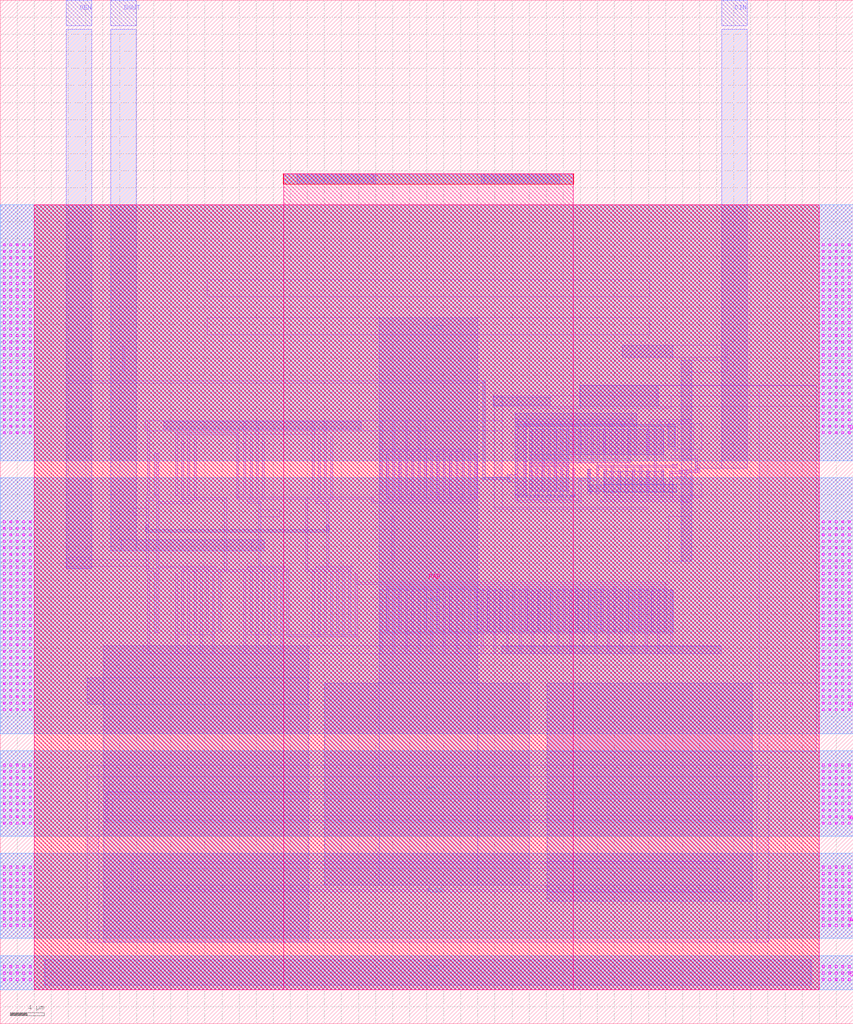
<source format=lef>
VERSION 5.7 ;
BUSBITCHARS "[]" ;
DIVIDERCHAR "/" ;

MACRO Pulldown_pol_IO_lowcap_EN
  CLASS BLOCK ;
  ORIGIN 0 0 ;
  FOREIGN Pulldown_pol_IO_lowcap_EN 0 0 ;
  SIZE 100 BY 120 ;
  SYMMETRY X Y R90 ;
  PIN PAD
    DIRECTION INPUT ;
    USE ANALOG ;
    PORT
      LAYER TOP_M ;
        RECT 4 4 96 96 ;
        RECT 33.245 4 67.155 99.65 ;
    END
  END PAD
  PIN OEN
    DIRECTION INPUT ;
    USE SIGNAL ;
    PORT
      LAYER M2 ;
        RECT 7.75 117 10.75 120 ;
    END
  END OEN
  PIN SUB
    DIRECTION INOUT ;
    USE GROUND ;
    PORT
      LAYER M4 ;
        RECT 0 4 100 8 ;
      LAYER M3 ;
        RECT 0 4 100 8 ;
      LAYER V4 ;
        RECT 0.35 6.59 0.61 6.85 ;
        RECT 0.35 5.83 0.61 6.09 ;
        RECT 0.35 5.07 0.61 5.33 ;
        RECT 1.11 6.59 1.37 6.85 ;
        RECT 1.11 5.83 1.37 6.09 ;
        RECT 1.11 5.07 1.37 5.33 ;
        RECT 1.87 6.59 2.13 6.85 ;
        RECT 1.87 5.83 2.13 6.09 ;
        RECT 1.87 5.07 2.13 5.33 ;
        RECT 2.63 6.59 2.89 6.85 ;
        RECT 2.63 5.83 2.89 6.09 ;
        RECT 2.63 5.07 2.89 5.33 ;
        RECT 3.39 6.59 3.65 6.85 ;
        RECT 3.39 5.83 3.65 6.09 ;
        RECT 3.39 5.07 3.65 5.33 ;
        RECT 96.35 6.59 96.61 6.85 ;
        RECT 96.35 5.83 96.61 6.09 ;
        RECT 96.35 5.07 96.61 5.33 ;
        RECT 97.11 6.59 97.37 6.85 ;
        RECT 97.11 5.83 97.37 6.09 ;
        RECT 97.11 5.07 97.37 5.33 ;
        RECT 97.87 6.59 98.13 6.85 ;
        RECT 97.87 5.83 98.13 6.09 ;
        RECT 97.87 5.07 98.13 5.33 ;
        RECT 98.63 6.59 98.89 6.85 ;
        RECT 98.63 5.83 98.89 6.09 ;
        RECT 98.63 5.07 98.89 5.33 ;
        RECT 99.39 6.59 99.65 6.85 ;
        RECT 99.39 5.83 99.65 6.09 ;
        RECT 99.39 5.07 99.65 5.33 ;
    END
  END SUB
  PIN DVSS
    DIRECTION INOUT ;
    USE GROUND ;
    PORT
      LAYER M4 ;
        RECT 0 66 100 96 ;
      LAYER M3 ;
        RECT 0 66 100 96 ;
      LAYER V4 ;
        RECT 0.35 91.2 0.61 91.46 ;
        RECT 0.35 90.44 0.61 90.7 ;
        RECT 0.35 89.68 0.61 89.94 ;
        RECT 0.35 88.92 0.61 89.18 ;
        RECT 0.35 88.16 0.61 88.42 ;
        RECT 0.35 87.4 0.61 87.66 ;
        RECT 0.35 86.64 0.61 86.9 ;
        RECT 0.35 85.88 0.61 86.14 ;
        RECT 0.35 85.12 0.61 85.38 ;
        RECT 0.35 84.36 0.61 84.62 ;
        RECT 0.35 83.6 0.61 83.86 ;
        RECT 0.35 82.84 0.61 83.1 ;
        RECT 0.35 82.08 0.61 82.34 ;
        RECT 0.35 81.32 0.61 81.58 ;
        RECT 0.35 80.56 0.61 80.82 ;
        RECT 0.35 79.8 0.61 80.06 ;
        RECT 0.35 79.04 0.61 79.3 ;
        RECT 0.35 78.28 0.61 78.54 ;
        RECT 0.35 77.52 0.61 77.78 ;
        RECT 0.35 76.76 0.61 77.02 ;
        RECT 0.35 76 0.61 76.26 ;
        RECT 0.35 75.24 0.61 75.5 ;
        RECT 0.35 74.48 0.61 74.74 ;
        RECT 0.35 73.72 0.61 73.98 ;
        RECT 0.35 72.96 0.61 73.22 ;
        RECT 0.35 72.2 0.61 72.46 ;
        RECT 0.35 71.44 0.61 71.7 ;
        RECT 0.35 70.68 0.61 70.94 ;
        RECT 0.35 69.92 0.61 70.18 ;
        RECT 0.35 69.16 0.61 69.42 ;
        RECT 1.11 91.2 1.37 91.46 ;
        RECT 1.11 90.44 1.37 90.7 ;
        RECT 1.11 89.68 1.37 89.94 ;
        RECT 1.11 88.92 1.37 89.18 ;
        RECT 1.11 88.16 1.37 88.42 ;
        RECT 1.11 87.4 1.37 87.66 ;
        RECT 1.11 86.64 1.37 86.9 ;
        RECT 1.11 85.88 1.37 86.14 ;
        RECT 1.11 85.12 1.37 85.38 ;
        RECT 1.11 84.36 1.37 84.62 ;
        RECT 1.11 83.6 1.37 83.86 ;
        RECT 1.11 82.84 1.37 83.1 ;
        RECT 1.11 82.08 1.37 82.34 ;
        RECT 1.11 81.32 1.37 81.58 ;
        RECT 1.11 80.56 1.37 80.82 ;
        RECT 1.11 79.8 1.37 80.06 ;
        RECT 1.11 79.04 1.37 79.3 ;
        RECT 1.11 78.28 1.37 78.54 ;
        RECT 1.11 77.52 1.37 77.78 ;
        RECT 1.11 76.76 1.37 77.02 ;
        RECT 1.11 76 1.37 76.26 ;
        RECT 1.11 75.24 1.37 75.5 ;
        RECT 1.11 74.48 1.37 74.74 ;
        RECT 1.11 73.72 1.37 73.98 ;
        RECT 1.11 72.96 1.37 73.22 ;
        RECT 1.11 72.2 1.37 72.46 ;
        RECT 1.11 71.44 1.37 71.7 ;
        RECT 1.11 70.68 1.37 70.94 ;
        RECT 1.11 69.92 1.37 70.18 ;
        RECT 1.11 69.16 1.37 69.42 ;
        RECT 1.87 91.2 2.13 91.46 ;
        RECT 1.87 90.44 2.13 90.7 ;
        RECT 1.87 89.68 2.13 89.94 ;
        RECT 1.87 88.92 2.13 89.18 ;
        RECT 1.87 88.16 2.13 88.42 ;
        RECT 1.87 87.4 2.13 87.66 ;
        RECT 1.87 86.64 2.13 86.9 ;
        RECT 1.87 85.88 2.13 86.14 ;
        RECT 1.87 85.12 2.13 85.38 ;
        RECT 1.87 84.36 2.13 84.62 ;
        RECT 1.87 83.6 2.13 83.86 ;
        RECT 1.87 82.84 2.13 83.1 ;
        RECT 1.87 82.08 2.13 82.34 ;
        RECT 1.87 81.32 2.13 81.58 ;
        RECT 1.87 80.56 2.13 80.82 ;
        RECT 1.87 79.8 2.13 80.06 ;
        RECT 1.87 79.04 2.13 79.3 ;
        RECT 1.87 78.28 2.13 78.54 ;
        RECT 1.87 77.52 2.13 77.78 ;
        RECT 1.87 76.76 2.13 77.02 ;
        RECT 1.87 76 2.13 76.26 ;
        RECT 1.87 75.24 2.13 75.5 ;
        RECT 1.87 74.48 2.13 74.74 ;
        RECT 1.87 73.72 2.13 73.98 ;
        RECT 1.87 72.96 2.13 73.22 ;
        RECT 1.87 72.2 2.13 72.46 ;
        RECT 1.87 71.44 2.13 71.7 ;
        RECT 1.87 70.68 2.13 70.94 ;
        RECT 1.87 69.92 2.13 70.18 ;
        RECT 1.87 69.16 2.13 69.42 ;
        RECT 2.63 91.2 2.89 91.46 ;
        RECT 2.63 90.44 2.89 90.7 ;
        RECT 2.63 89.68 2.89 89.94 ;
        RECT 2.63 88.92 2.89 89.18 ;
        RECT 2.63 88.16 2.89 88.42 ;
        RECT 2.63 87.4 2.89 87.66 ;
        RECT 2.63 86.64 2.89 86.9 ;
        RECT 2.63 85.88 2.89 86.14 ;
        RECT 2.63 85.12 2.89 85.38 ;
        RECT 2.63 84.36 2.89 84.62 ;
        RECT 2.63 83.6 2.89 83.86 ;
        RECT 2.63 82.84 2.89 83.1 ;
        RECT 2.63 82.08 2.89 82.34 ;
        RECT 2.63 81.32 2.89 81.58 ;
        RECT 2.63 80.56 2.89 80.82 ;
        RECT 2.63 79.8 2.89 80.06 ;
        RECT 2.63 79.04 2.89 79.3 ;
        RECT 2.63 78.28 2.89 78.54 ;
        RECT 2.63 77.52 2.89 77.78 ;
        RECT 2.63 76.76 2.89 77.02 ;
        RECT 2.63 76 2.89 76.26 ;
        RECT 2.63 75.24 2.89 75.5 ;
        RECT 2.63 74.48 2.89 74.74 ;
        RECT 2.63 73.72 2.89 73.98 ;
        RECT 2.63 72.96 2.89 73.22 ;
        RECT 2.63 72.2 2.89 72.46 ;
        RECT 2.63 71.44 2.89 71.7 ;
        RECT 2.63 70.68 2.89 70.94 ;
        RECT 2.63 69.92 2.89 70.18 ;
        RECT 2.63 69.16 2.89 69.42 ;
        RECT 3.39 91.2 3.65 91.46 ;
        RECT 3.39 90.44 3.65 90.7 ;
        RECT 3.39 89.68 3.65 89.94 ;
        RECT 3.39 88.92 3.65 89.18 ;
        RECT 3.39 88.16 3.65 88.42 ;
        RECT 3.39 87.4 3.65 87.66 ;
        RECT 3.39 86.64 3.65 86.9 ;
        RECT 3.39 85.88 3.65 86.14 ;
        RECT 3.39 85.12 3.65 85.38 ;
        RECT 3.39 84.36 3.65 84.62 ;
        RECT 3.39 83.6 3.65 83.86 ;
        RECT 3.39 82.84 3.65 83.1 ;
        RECT 3.39 82.08 3.65 82.34 ;
        RECT 3.39 81.32 3.65 81.58 ;
        RECT 3.39 80.56 3.65 80.82 ;
        RECT 3.39 79.8 3.65 80.06 ;
        RECT 3.39 79.04 3.65 79.3 ;
        RECT 3.39 78.28 3.65 78.54 ;
        RECT 3.39 77.52 3.65 77.78 ;
        RECT 3.39 76.76 3.65 77.02 ;
        RECT 3.39 76 3.65 76.26 ;
        RECT 3.39 75.24 3.65 75.5 ;
        RECT 3.39 74.48 3.65 74.74 ;
        RECT 3.39 73.72 3.65 73.98 ;
        RECT 3.39 72.96 3.65 73.22 ;
        RECT 3.39 72.2 3.65 72.46 ;
        RECT 3.39 71.44 3.65 71.7 ;
        RECT 3.39 70.68 3.65 70.94 ;
        RECT 3.39 69.92 3.65 70.18 ;
        RECT 3.39 69.16 3.65 69.42 ;
        RECT 96.35 91.2 96.61 91.46 ;
        RECT 96.35 90.44 96.61 90.7 ;
        RECT 96.35 89.68 96.61 89.94 ;
        RECT 96.35 88.92 96.61 89.18 ;
        RECT 96.35 88.16 96.61 88.42 ;
        RECT 96.35 87.4 96.61 87.66 ;
        RECT 96.35 86.64 96.61 86.9 ;
        RECT 96.35 85.88 96.61 86.14 ;
        RECT 96.35 85.12 96.61 85.38 ;
        RECT 96.35 84.36 96.61 84.62 ;
        RECT 96.35 83.6 96.61 83.86 ;
        RECT 96.35 82.84 96.61 83.1 ;
        RECT 96.35 82.08 96.61 82.34 ;
        RECT 96.35 81.32 96.61 81.58 ;
        RECT 96.35 80.56 96.61 80.82 ;
        RECT 96.35 79.8 96.61 80.06 ;
        RECT 96.35 79.04 96.61 79.3 ;
        RECT 96.35 78.28 96.61 78.54 ;
        RECT 96.35 77.52 96.61 77.78 ;
        RECT 96.35 76.76 96.61 77.02 ;
        RECT 96.35 76 96.61 76.26 ;
        RECT 96.35 75.24 96.61 75.5 ;
        RECT 96.35 74.48 96.61 74.74 ;
        RECT 96.35 73.72 96.61 73.98 ;
        RECT 96.35 72.96 96.61 73.22 ;
        RECT 96.35 72.2 96.61 72.46 ;
        RECT 96.35 71.44 96.61 71.7 ;
        RECT 96.35 70.68 96.61 70.94 ;
        RECT 96.35 69.92 96.61 70.18 ;
        RECT 96.35 69.16 96.61 69.42 ;
        RECT 97.11 91.2 97.37 91.46 ;
        RECT 97.11 90.44 97.37 90.7 ;
        RECT 97.11 89.68 97.37 89.94 ;
        RECT 97.11 88.92 97.37 89.18 ;
        RECT 97.11 88.16 97.37 88.42 ;
        RECT 97.11 87.4 97.37 87.66 ;
        RECT 97.11 86.64 97.37 86.9 ;
        RECT 97.11 85.88 97.37 86.14 ;
        RECT 97.11 85.12 97.37 85.38 ;
        RECT 97.11 84.36 97.37 84.62 ;
        RECT 97.11 83.6 97.37 83.86 ;
        RECT 97.11 82.84 97.37 83.1 ;
        RECT 97.11 82.08 97.37 82.34 ;
        RECT 97.11 81.32 97.37 81.58 ;
        RECT 97.11 80.56 97.37 80.82 ;
        RECT 97.11 79.8 97.37 80.06 ;
        RECT 97.11 79.04 97.37 79.3 ;
        RECT 97.11 78.28 97.37 78.54 ;
        RECT 97.11 77.52 97.37 77.78 ;
        RECT 97.11 76.76 97.37 77.02 ;
        RECT 97.11 76 97.37 76.26 ;
        RECT 97.11 75.24 97.37 75.5 ;
        RECT 97.11 74.48 97.37 74.74 ;
        RECT 97.11 73.72 97.37 73.98 ;
        RECT 97.11 72.96 97.37 73.22 ;
        RECT 97.11 72.2 97.37 72.46 ;
        RECT 97.11 71.44 97.37 71.7 ;
        RECT 97.11 70.68 97.37 70.94 ;
        RECT 97.11 69.92 97.37 70.18 ;
        RECT 97.11 69.16 97.37 69.42 ;
        RECT 97.87 91.2 98.13 91.46 ;
        RECT 97.87 90.44 98.13 90.7 ;
        RECT 97.87 89.68 98.13 89.94 ;
        RECT 97.87 88.92 98.13 89.18 ;
        RECT 97.87 88.16 98.13 88.42 ;
        RECT 97.87 87.4 98.13 87.66 ;
        RECT 97.87 86.64 98.13 86.9 ;
        RECT 97.87 85.88 98.13 86.14 ;
        RECT 97.87 85.12 98.13 85.38 ;
        RECT 97.87 84.36 98.13 84.62 ;
        RECT 97.87 83.6 98.13 83.86 ;
        RECT 97.87 82.84 98.13 83.1 ;
        RECT 97.87 82.08 98.13 82.34 ;
        RECT 97.87 81.32 98.13 81.58 ;
        RECT 97.87 80.56 98.13 80.82 ;
        RECT 97.87 79.8 98.13 80.06 ;
        RECT 97.87 79.04 98.13 79.3 ;
        RECT 97.87 78.28 98.13 78.54 ;
        RECT 97.87 77.52 98.13 77.78 ;
        RECT 97.87 76.76 98.13 77.02 ;
        RECT 97.87 76 98.13 76.26 ;
        RECT 97.87 75.24 98.13 75.5 ;
        RECT 97.87 74.48 98.13 74.74 ;
        RECT 97.87 73.72 98.13 73.98 ;
        RECT 97.87 72.96 98.13 73.22 ;
        RECT 97.87 72.2 98.13 72.46 ;
        RECT 97.87 71.44 98.13 71.7 ;
        RECT 97.87 70.68 98.13 70.94 ;
        RECT 97.87 69.92 98.13 70.18 ;
        RECT 97.87 69.16 98.13 69.42 ;
        RECT 98.63 91.2 98.89 91.46 ;
        RECT 98.63 90.44 98.89 90.7 ;
        RECT 98.63 89.68 98.89 89.94 ;
        RECT 98.63 88.92 98.89 89.18 ;
        RECT 98.63 88.16 98.89 88.42 ;
        RECT 98.63 87.4 98.89 87.66 ;
        RECT 98.63 86.64 98.89 86.9 ;
        RECT 98.63 85.88 98.89 86.14 ;
        RECT 98.63 85.12 98.89 85.38 ;
        RECT 98.63 84.36 98.89 84.62 ;
        RECT 98.63 83.6 98.89 83.86 ;
        RECT 98.63 82.84 98.89 83.1 ;
        RECT 98.63 82.08 98.89 82.34 ;
        RECT 98.63 81.32 98.89 81.58 ;
        RECT 98.63 80.56 98.89 80.82 ;
        RECT 98.63 79.8 98.89 80.06 ;
        RECT 98.63 79.04 98.89 79.3 ;
        RECT 98.63 78.28 98.89 78.54 ;
        RECT 98.63 77.52 98.89 77.78 ;
        RECT 98.63 76.76 98.89 77.02 ;
        RECT 98.63 76 98.89 76.26 ;
        RECT 98.63 75.24 98.89 75.5 ;
        RECT 98.63 74.48 98.89 74.74 ;
        RECT 98.63 73.72 98.89 73.98 ;
        RECT 98.63 72.96 98.89 73.22 ;
        RECT 98.63 72.2 98.89 72.46 ;
        RECT 98.63 71.44 98.89 71.7 ;
        RECT 98.63 70.68 98.89 70.94 ;
        RECT 98.63 69.92 98.89 70.18 ;
        RECT 98.63 69.16 98.89 69.42 ;
        RECT 99.39 91.2 99.65 91.46 ;
        RECT 99.39 90.44 99.65 90.7 ;
        RECT 99.39 89.68 99.65 89.94 ;
        RECT 99.39 88.92 99.65 89.18 ;
        RECT 99.39 88.16 99.65 88.42 ;
        RECT 99.39 87.4 99.65 87.66 ;
        RECT 99.39 86.64 99.65 86.9 ;
        RECT 99.39 85.88 99.65 86.14 ;
        RECT 99.39 85.12 99.65 85.38 ;
        RECT 99.39 84.36 99.65 84.62 ;
        RECT 99.39 83.6 99.65 83.86 ;
        RECT 99.39 82.84 99.65 83.1 ;
        RECT 99.39 82.08 99.65 82.34 ;
        RECT 99.39 81.32 99.65 81.58 ;
        RECT 99.39 80.56 99.65 80.82 ;
        RECT 99.39 79.8 99.65 80.06 ;
        RECT 99.39 79.04 99.65 79.3 ;
        RECT 99.39 78.28 99.65 78.54 ;
        RECT 99.39 77.52 99.65 77.78 ;
        RECT 99.39 76.76 99.65 77.02 ;
        RECT 99.39 76 99.65 76.26 ;
        RECT 99.39 75.24 99.65 75.5 ;
        RECT 99.39 74.48 99.65 74.74 ;
        RECT 99.39 73.72 99.65 73.98 ;
        RECT 99.39 72.96 99.65 73.22 ;
        RECT 99.39 72.2 99.65 72.46 ;
        RECT 99.39 71.44 99.65 71.7 ;
        RECT 99.39 70.68 99.65 70.94 ;
        RECT 99.39 69.92 99.65 70.18 ;
        RECT 99.39 69.16 99.65 69.42 ;
    END
  END DVSS
  PIN DVDD
    DIRECTION INOUT ;
    USE POWER ;
    PORT
      LAYER M4 ;
        RECT 0 34 100 64 ;
      LAYER M3 ;
        RECT 0 34 100 64 ;
      LAYER V4 ;
        RECT 0.35 58.725 0.61 58.985 ;
        RECT 0.35 57.965 0.61 58.225 ;
        RECT 0.35 57.205 0.61 57.465 ;
        RECT 0.35 56.445 0.61 56.705 ;
        RECT 0.35 55.685 0.61 55.945 ;
        RECT 0.35 54.925 0.61 55.185 ;
        RECT 0.35 54.165 0.61 54.425 ;
        RECT 0.35 53.405 0.61 53.665 ;
        RECT 0.35 52.645 0.61 52.905 ;
        RECT 0.35 51.885 0.61 52.145 ;
        RECT 0.35 51.125 0.61 51.385 ;
        RECT 0.35 50.365 0.61 50.625 ;
        RECT 0.35 49.605 0.61 49.865 ;
        RECT 0.35 48.845 0.61 49.105 ;
        RECT 0.35 48.085 0.61 48.345 ;
        RECT 0.35 47.325 0.61 47.585 ;
        RECT 0.35 46.565 0.61 46.825 ;
        RECT 0.35 45.805 0.61 46.065 ;
        RECT 0.35 45.045 0.61 45.305 ;
        RECT 0.35 44.285 0.61 44.545 ;
        RECT 0.35 43.525 0.61 43.785 ;
        RECT 0.35 42.765 0.61 43.025 ;
        RECT 0.35 42.005 0.61 42.265 ;
        RECT 0.35 41.245 0.61 41.505 ;
        RECT 0.35 40.485 0.61 40.745 ;
        RECT 0.35 39.725 0.61 39.985 ;
        RECT 0.35 38.965 0.61 39.225 ;
        RECT 0.35 38.205 0.61 38.465 ;
        RECT 0.35 37.445 0.61 37.705 ;
        RECT 0.35 36.685 0.61 36.945 ;
        RECT 1.11 58.725 1.37 58.985 ;
        RECT 1.11 57.965 1.37 58.225 ;
        RECT 1.11 57.205 1.37 57.465 ;
        RECT 1.11 56.445 1.37 56.705 ;
        RECT 1.11 55.685 1.37 55.945 ;
        RECT 1.11 54.925 1.37 55.185 ;
        RECT 1.11 54.165 1.37 54.425 ;
        RECT 1.11 53.405 1.37 53.665 ;
        RECT 1.11 52.645 1.37 52.905 ;
        RECT 1.11 51.885 1.37 52.145 ;
        RECT 1.11 51.125 1.37 51.385 ;
        RECT 1.11 50.365 1.37 50.625 ;
        RECT 1.11 49.605 1.37 49.865 ;
        RECT 1.11 48.845 1.37 49.105 ;
        RECT 1.11 48.085 1.37 48.345 ;
        RECT 1.11 47.325 1.37 47.585 ;
        RECT 1.11 46.565 1.37 46.825 ;
        RECT 1.11 45.805 1.37 46.065 ;
        RECT 1.11 45.045 1.37 45.305 ;
        RECT 1.11 44.285 1.37 44.545 ;
        RECT 1.11 43.525 1.37 43.785 ;
        RECT 1.11 42.765 1.37 43.025 ;
        RECT 1.11 42.005 1.37 42.265 ;
        RECT 1.11 41.245 1.37 41.505 ;
        RECT 1.11 40.485 1.37 40.745 ;
        RECT 1.11 39.725 1.37 39.985 ;
        RECT 1.11 38.965 1.37 39.225 ;
        RECT 1.11 38.205 1.37 38.465 ;
        RECT 1.11 37.445 1.37 37.705 ;
        RECT 1.11 36.685 1.37 36.945 ;
        RECT 1.87 58.725 2.13 58.985 ;
        RECT 1.87 57.965 2.13 58.225 ;
        RECT 1.87 57.205 2.13 57.465 ;
        RECT 1.87 56.445 2.13 56.705 ;
        RECT 1.87 55.685 2.13 55.945 ;
        RECT 1.87 54.925 2.13 55.185 ;
        RECT 1.87 54.165 2.13 54.425 ;
        RECT 1.87 53.405 2.13 53.665 ;
        RECT 1.87 52.645 2.13 52.905 ;
        RECT 1.87 51.885 2.13 52.145 ;
        RECT 1.87 51.125 2.13 51.385 ;
        RECT 1.87 50.365 2.13 50.625 ;
        RECT 1.87 49.605 2.13 49.865 ;
        RECT 1.87 48.845 2.13 49.105 ;
        RECT 1.87 48.085 2.13 48.345 ;
        RECT 1.87 47.325 2.13 47.585 ;
        RECT 1.87 46.565 2.13 46.825 ;
        RECT 1.87 45.805 2.13 46.065 ;
        RECT 1.87 45.045 2.13 45.305 ;
        RECT 1.87 44.285 2.13 44.545 ;
        RECT 1.87 43.525 2.13 43.785 ;
        RECT 1.87 42.765 2.13 43.025 ;
        RECT 1.87 42.005 2.13 42.265 ;
        RECT 1.87 41.245 2.13 41.505 ;
        RECT 1.87 40.485 2.13 40.745 ;
        RECT 1.87 39.725 2.13 39.985 ;
        RECT 1.87 38.965 2.13 39.225 ;
        RECT 1.87 38.205 2.13 38.465 ;
        RECT 1.87 37.445 2.13 37.705 ;
        RECT 1.87 36.685 2.13 36.945 ;
        RECT 2.63 58.725 2.89 58.985 ;
        RECT 2.63 57.965 2.89 58.225 ;
        RECT 2.63 57.205 2.89 57.465 ;
        RECT 2.63 56.445 2.89 56.705 ;
        RECT 2.63 55.685 2.89 55.945 ;
        RECT 2.63 54.925 2.89 55.185 ;
        RECT 2.63 54.165 2.89 54.425 ;
        RECT 2.63 53.405 2.89 53.665 ;
        RECT 2.63 52.645 2.89 52.905 ;
        RECT 2.63 51.885 2.89 52.145 ;
        RECT 2.63 51.125 2.89 51.385 ;
        RECT 2.63 50.365 2.89 50.625 ;
        RECT 2.63 49.605 2.89 49.865 ;
        RECT 2.63 48.845 2.89 49.105 ;
        RECT 2.63 48.085 2.89 48.345 ;
        RECT 2.63 47.325 2.89 47.585 ;
        RECT 2.63 46.565 2.89 46.825 ;
        RECT 2.63 45.805 2.89 46.065 ;
        RECT 2.63 45.045 2.89 45.305 ;
        RECT 2.63 44.285 2.89 44.545 ;
        RECT 2.63 43.525 2.89 43.785 ;
        RECT 2.63 42.765 2.89 43.025 ;
        RECT 2.63 42.005 2.89 42.265 ;
        RECT 2.63 41.245 2.89 41.505 ;
        RECT 2.63 40.485 2.89 40.745 ;
        RECT 2.63 39.725 2.89 39.985 ;
        RECT 2.63 38.965 2.89 39.225 ;
        RECT 2.63 38.205 2.89 38.465 ;
        RECT 2.63 37.445 2.89 37.705 ;
        RECT 2.63 36.685 2.89 36.945 ;
        RECT 3.39 58.725 3.65 58.985 ;
        RECT 3.39 57.965 3.65 58.225 ;
        RECT 3.39 57.205 3.65 57.465 ;
        RECT 3.39 56.445 3.65 56.705 ;
        RECT 3.39 55.685 3.65 55.945 ;
        RECT 3.39 54.925 3.65 55.185 ;
        RECT 3.39 54.165 3.65 54.425 ;
        RECT 3.39 53.405 3.65 53.665 ;
        RECT 3.39 52.645 3.65 52.905 ;
        RECT 3.39 51.885 3.65 52.145 ;
        RECT 3.39 51.125 3.65 51.385 ;
        RECT 3.39 50.365 3.65 50.625 ;
        RECT 3.39 49.605 3.65 49.865 ;
        RECT 3.39 48.845 3.65 49.105 ;
        RECT 3.39 48.085 3.65 48.345 ;
        RECT 3.39 47.325 3.65 47.585 ;
        RECT 3.39 46.565 3.65 46.825 ;
        RECT 3.39 45.805 3.65 46.065 ;
        RECT 3.39 45.045 3.65 45.305 ;
        RECT 3.39 44.285 3.65 44.545 ;
        RECT 3.39 43.525 3.65 43.785 ;
        RECT 3.39 42.765 3.65 43.025 ;
        RECT 3.39 42.005 3.65 42.265 ;
        RECT 3.39 41.245 3.65 41.505 ;
        RECT 3.39 40.485 3.65 40.745 ;
        RECT 3.39 39.725 3.65 39.985 ;
        RECT 3.39 38.965 3.65 39.225 ;
        RECT 3.39 38.205 3.65 38.465 ;
        RECT 3.39 37.445 3.65 37.705 ;
        RECT 3.39 36.685 3.65 36.945 ;
        RECT 96.35 58.725 96.61 58.985 ;
        RECT 96.35 57.965 96.61 58.225 ;
        RECT 96.35 57.205 96.61 57.465 ;
        RECT 96.35 56.445 96.61 56.705 ;
        RECT 96.35 55.685 96.61 55.945 ;
        RECT 96.35 54.925 96.61 55.185 ;
        RECT 96.35 54.165 96.61 54.425 ;
        RECT 96.35 53.405 96.61 53.665 ;
        RECT 96.35 52.645 96.61 52.905 ;
        RECT 96.35 51.885 96.61 52.145 ;
        RECT 96.35 51.125 96.61 51.385 ;
        RECT 96.35 50.365 96.61 50.625 ;
        RECT 96.35 49.605 96.61 49.865 ;
        RECT 96.35 48.845 96.61 49.105 ;
        RECT 96.35 48.085 96.61 48.345 ;
        RECT 96.35 47.325 96.61 47.585 ;
        RECT 96.35 46.565 96.61 46.825 ;
        RECT 96.35 45.805 96.61 46.065 ;
        RECT 96.35 45.045 96.61 45.305 ;
        RECT 96.35 44.285 96.61 44.545 ;
        RECT 96.35 43.525 96.61 43.785 ;
        RECT 96.35 42.765 96.61 43.025 ;
        RECT 96.35 42.005 96.61 42.265 ;
        RECT 96.35 41.245 96.61 41.505 ;
        RECT 96.35 40.485 96.61 40.745 ;
        RECT 96.35 39.725 96.61 39.985 ;
        RECT 96.35 38.965 96.61 39.225 ;
        RECT 96.35 38.205 96.61 38.465 ;
        RECT 96.35 37.445 96.61 37.705 ;
        RECT 96.35 36.685 96.61 36.945 ;
        RECT 97.11 58.725 97.37 58.985 ;
        RECT 97.11 57.965 97.37 58.225 ;
        RECT 97.11 57.205 97.37 57.465 ;
        RECT 97.11 56.445 97.37 56.705 ;
        RECT 97.11 55.685 97.37 55.945 ;
        RECT 97.11 54.925 97.37 55.185 ;
        RECT 97.11 54.165 97.37 54.425 ;
        RECT 97.11 53.405 97.37 53.665 ;
        RECT 97.11 52.645 97.37 52.905 ;
        RECT 97.11 51.885 97.37 52.145 ;
        RECT 97.11 51.125 97.37 51.385 ;
        RECT 97.11 50.365 97.37 50.625 ;
        RECT 97.11 49.605 97.37 49.865 ;
        RECT 97.11 48.845 97.37 49.105 ;
        RECT 97.11 48.085 97.37 48.345 ;
        RECT 97.11 47.325 97.37 47.585 ;
        RECT 97.11 46.565 97.37 46.825 ;
        RECT 97.11 45.805 97.37 46.065 ;
        RECT 97.11 45.045 97.37 45.305 ;
        RECT 97.11 44.285 97.37 44.545 ;
        RECT 97.11 43.525 97.37 43.785 ;
        RECT 97.11 42.765 97.37 43.025 ;
        RECT 97.11 42.005 97.37 42.265 ;
        RECT 97.11 41.245 97.37 41.505 ;
        RECT 97.11 40.485 97.37 40.745 ;
        RECT 97.11 39.725 97.37 39.985 ;
        RECT 97.11 38.965 97.37 39.225 ;
        RECT 97.11 38.205 97.37 38.465 ;
        RECT 97.11 37.445 97.37 37.705 ;
        RECT 97.11 36.685 97.37 36.945 ;
        RECT 97.87 58.725 98.13 58.985 ;
        RECT 97.87 57.965 98.13 58.225 ;
        RECT 97.87 57.205 98.13 57.465 ;
        RECT 97.87 56.445 98.13 56.705 ;
        RECT 97.87 55.685 98.13 55.945 ;
        RECT 97.87 54.925 98.13 55.185 ;
        RECT 97.87 54.165 98.13 54.425 ;
        RECT 97.87 53.405 98.13 53.665 ;
        RECT 97.87 52.645 98.13 52.905 ;
        RECT 97.87 51.885 98.13 52.145 ;
        RECT 97.87 51.125 98.13 51.385 ;
        RECT 97.87 50.365 98.13 50.625 ;
        RECT 97.87 49.605 98.13 49.865 ;
        RECT 97.87 48.845 98.13 49.105 ;
        RECT 97.87 48.085 98.13 48.345 ;
        RECT 97.87 47.325 98.13 47.585 ;
        RECT 97.87 46.565 98.13 46.825 ;
        RECT 97.87 45.805 98.13 46.065 ;
        RECT 97.87 45.045 98.13 45.305 ;
        RECT 97.87 44.285 98.13 44.545 ;
        RECT 97.87 43.525 98.13 43.785 ;
        RECT 97.87 42.765 98.13 43.025 ;
        RECT 97.87 42.005 98.13 42.265 ;
        RECT 97.87 41.245 98.13 41.505 ;
        RECT 97.87 40.485 98.13 40.745 ;
        RECT 97.87 39.725 98.13 39.985 ;
        RECT 97.87 38.965 98.13 39.225 ;
        RECT 97.87 38.205 98.13 38.465 ;
        RECT 97.87 37.445 98.13 37.705 ;
        RECT 97.87 36.685 98.13 36.945 ;
        RECT 98.63 58.725 98.89 58.985 ;
        RECT 98.63 57.965 98.89 58.225 ;
        RECT 98.63 57.205 98.89 57.465 ;
        RECT 98.63 56.445 98.89 56.705 ;
        RECT 98.63 55.685 98.89 55.945 ;
        RECT 98.63 54.925 98.89 55.185 ;
        RECT 98.63 54.165 98.89 54.425 ;
        RECT 98.63 53.405 98.89 53.665 ;
        RECT 98.63 52.645 98.89 52.905 ;
        RECT 98.63 51.885 98.89 52.145 ;
        RECT 98.63 51.125 98.89 51.385 ;
        RECT 98.63 50.365 98.89 50.625 ;
        RECT 98.63 49.605 98.89 49.865 ;
        RECT 98.63 48.845 98.89 49.105 ;
        RECT 98.63 48.085 98.89 48.345 ;
        RECT 98.63 47.325 98.89 47.585 ;
        RECT 98.63 46.565 98.89 46.825 ;
        RECT 98.63 45.805 98.89 46.065 ;
        RECT 98.63 45.045 98.89 45.305 ;
        RECT 98.63 44.285 98.89 44.545 ;
        RECT 98.63 43.525 98.89 43.785 ;
        RECT 98.63 42.765 98.89 43.025 ;
        RECT 98.63 42.005 98.89 42.265 ;
        RECT 98.63 41.245 98.89 41.505 ;
        RECT 98.63 40.485 98.89 40.745 ;
        RECT 98.63 39.725 98.89 39.985 ;
        RECT 98.63 38.965 98.89 39.225 ;
        RECT 98.63 38.205 98.89 38.465 ;
        RECT 98.63 37.445 98.89 37.705 ;
        RECT 98.63 36.685 98.89 36.945 ;
        RECT 99.39 58.725 99.65 58.985 ;
        RECT 99.39 57.965 99.65 58.225 ;
        RECT 99.39 57.205 99.65 57.465 ;
        RECT 99.39 56.445 99.65 56.705 ;
        RECT 99.39 55.685 99.65 55.945 ;
        RECT 99.39 54.925 99.65 55.185 ;
        RECT 99.39 54.165 99.65 54.425 ;
        RECT 99.39 53.405 99.65 53.665 ;
        RECT 99.39 52.645 99.65 52.905 ;
        RECT 99.39 51.885 99.65 52.145 ;
        RECT 99.39 51.125 99.65 51.385 ;
        RECT 99.39 50.365 99.65 50.625 ;
        RECT 99.39 49.605 99.65 49.865 ;
        RECT 99.39 48.845 99.65 49.105 ;
        RECT 99.39 48.085 99.65 48.345 ;
        RECT 99.39 47.325 99.65 47.585 ;
        RECT 99.39 46.565 99.65 46.825 ;
        RECT 99.39 45.805 99.65 46.065 ;
        RECT 99.39 45.045 99.65 45.305 ;
        RECT 99.39 44.285 99.65 44.545 ;
        RECT 99.39 43.525 99.65 43.785 ;
        RECT 99.39 42.765 99.65 43.025 ;
        RECT 99.39 42.005 99.65 42.265 ;
        RECT 99.39 41.245 99.65 41.505 ;
        RECT 99.39 40.485 99.65 40.745 ;
        RECT 99.39 39.725 99.65 39.985 ;
        RECT 99.39 38.965 99.65 39.225 ;
        RECT 99.39 38.205 99.65 38.465 ;
        RECT 99.39 37.445 99.65 37.705 ;
        RECT 99.39 36.685 99.65 36.945 ;
    END
  END DVDD
  PIN AVSS
    DIRECTION INOUT ;
    USE GROUND ;
    PORT
      LAYER M4 ;
        RECT 0 22 100 32 ;
      LAYER M3 ;
        RECT 0 22 100 32 ;
      LAYER V4 ;
        RECT 0.35 30.215 0.61 30.475 ;
        RECT 0.35 29.455 0.61 29.715 ;
        RECT 0.35 28.695 0.61 28.955 ;
        RECT 0.35 27.935 0.61 28.195 ;
        RECT 0.35 27.175 0.61 27.435 ;
        RECT 0.35 26.415 0.61 26.675 ;
        RECT 0.35 25.655 0.61 25.915 ;
        RECT 0.35 24.895 0.61 25.155 ;
        RECT 0.35 24.135 0.61 24.395 ;
        RECT 0.35 23.375 0.61 23.635 ;
        RECT 1.11 30.215 1.37 30.475 ;
        RECT 1.11 29.455 1.37 29.715 ;
        RECT 1.11 28.695 1.37 28.955 ;
        RECT 1.11 27.935 1.37 28.195 ;
        RECT 1.11 27.175 1.37 27.435 ;
        RECT 1.11 26.415 1.37 26.675 ;
        RECT 1.11 25.655 1.37 25.915 ;
        RECT 1.11 24.895 1.37 25.155 ;
        RECT 1.11 24.135 1.37 24.395 ;
        RECT 1.11 23.375 1.37 23.635 ;
        RECT 1.87 30.215 2.13 30.475 ;
        RECT 1.87 29.455 2.13 29.715 ;
        RECT 1.87 28.695 2.13 28.955 ;
        RECT 1.87 27.935 2.13 28.195 ;
        RECT 1.87 27.175 2.13 27.435 ;
        RECT 1.87 26.415 2.13 26.675 ;
        RECT 1.87 25.655 2.13 25.915 ;
        RECT 1.87 24.895 2.13 25.155 ;
        RECT 1.87 24.135 2.13 24.395 ;
        RECT 1.87 23.375 2.13 23.635 ;
        RECT 2.63 30.215 2.89 30.475 ;
        RECT 2.63 29.455 2.89 29.715 ;
        RECT 2.63 28.695 2.89 28.955 ;
        RECT 2.63 27.935 2.89 28.195 ;
        RECT 2.63 27.175 2.89 27.435 ;
        RECT 2.63 26.415 2.89 26.675 ;
        RECT 2.63 25.655 2.89 25.915 ;
        RECT 2.63 24.895 2.89 25.155 ;
        RECT 2.63 24.135 2.89 24.395 ;
        RECT 2.63 23.375 2.89 23.635 ;
        RECT 3.39 30.215 3.65 30.475 ;
        RECT 3.39 29.455 3.65 29.715 ;
        RECT 3.39 28.695 3.65 28.955 ;
        RECT 3.39 27.935 3.65 28.195 ;
        RECT 3.39 27.175 3.65 27.435 ;
        RECT 3.39 26.415 3.65 26.675 ;
        RECT 3.39 25.655 3.65 25.915 ;
        RECT 3.39 24.895 3.65 25.155 ;
        RECT 3.39 24.135 3.65 24.395 ;
        RECT 3.39 23.375 3.65 23.635 ;
        RECT 96.35 30.215 96.61 30.475 ;
        RECT 96.35 29.455 96.61 29.715 ;
        RECT 96.35 28.695 96.61 28.955 ;
        RECT 96.35 27.935 96.61 28.195 ;
        RECT 96.35 27.175 96.61 27.435 ;
        RECT 96.35 26.415 96.61 26.675 ;
        RECT 96.35 25.655 96.61 25.915 ;
        RECT 96.35 24.895 96.61 25.155 ;
        RECT 96.35 24.135 96.61 24.395 ;
        RECT 96.35 23.375 96.61 23.635 ;
        RECT 97.11 30.215 97.37 30.475 ;
        RECT 97.11 29.455 97.37 29.715 ;
        RECT 97.11 28.695 97.37 28.955 ;
        RECT 97.11 27.935 97.37 28.195 ;
        RECT 97.11 27.175 97.37 27.435 ;
        RECT 97.11 26.415 97.37 26.675 ;
        RECT 97.11 25.655 97.37 25.915 ;
        RECT 97.11 24.895 97.37 25.155 ;
        RECT 97.11 24.135 97.37 24.395 ;
        RECT 97.11 23.375 97.37 23.635 ;
        RECT 97.87 30.215 98.13 30.475 ;
        RECT 97.87 29.455 98.13 29.715 ;
        RECT 97.87 28.695 98.13 28.955 ;
        RECT 97.87 27.935 98.13 28.195 ;
        RECT 97.87 27.175 98.13 27.435 ;
        RECT 97.87 26.415 98.13 26.675 ;
        RECT 97.87 25.655 98.13 25.915 ;
        RECT 97.87 24.895 98.13 25.155 ;
        RECT 97.87 24.135 98.13 24.395 ;
        RECT 97.87 23.375 98.13 23.635 ;
        RECT 98.63 30.215 98.89 30.475 ;
        RECT 98.63 29.455 98.89 29.715 ;
        RECT 98.63 28.695 98.89 28.955 ;
        RECT 98.63 27.935 98.89 28.195 ;
        RECT 98.63 27.175 98.89 27.435 ;
        RECT 98.63 26.415 98.89 26.675 ;
        RECT 98.63 25.655 98.89 25.915 ;
        RECT 98.63 24.895 98.89 25.155 ;
        RECT 98.63 24.135 98.89 24.395 ;
        RECT 98.63 23.375 98.89 23.635 ;
        RECT 99.39 30.215 99.65 30.475 ;
        RECT 99.39 29.455 99.65 29.715 ;
        RECT 99.39 28.695 99.65 28.955 ;
        RECT 99.39 27.935 99.65 28.195 ;
        RECT 99.39 27.175 99.65 27.435 ;
        RECT 99.39 26.415 99.65 26.675 ;
        RECT 99.39 25.655 99.65 25.915 ;
        RECT 99.39 24.895 99.65 25.155 ;
        RECT 99.39 24.135 99.65 24.395 ;
        RECT 99.39 23.375 99.65 23.635 ;
    END
  END AVSS
  PIN AVDD
    DIRECTION INOUT ;
    USE POWER ;
    PORT
      LAYER M4 ;
        RECT 0 10 100 20 ;
      LAYER M3 ;
        RECT 0 10 100 20 ;
      LAYER V4 ;
        RECT 0.35 18.24 0.61 18.5 ;
        RECT 0.35 17.48 0.61 17.74 ;
        RECT 0.35 16.72 0.61 16.98 ;
        RECT 0.35 15.96 0.61 16.22 ;
        RECT 0.35 15.2 0.61 15.46 ;
        RECT 0.35 14.44 0.61 14.7 ;
        RECT 0.35 13.68 0.61 13.94 ;
        RECT 0.35 12.92 0.61 13.18 ;
        RECT 0.35 12.16 0.61 12.42 ;
        RECT 0.35 11.4 0.61 11.66 ;
        RECT 1.11 18.24 1.37 18.5 ;
        RECT 1.11 17.48 1.37 17.74 ;
        RECT 1.11 16.72 1.37 16.98 ;
        RECT 1.11 15.96 1.37 16.22 ;
        RECT 1.11 15.2 1.37 15.46 ;
        RECT 1.11 14.44 1.37 14.7 ;
        RECT 1.11 13.68 1.37 13.94 ;
        RECT 1.11 12.92 1.37 13.18 ;
        RECT 1.11 12.16 1.37 12.42 ;
        RECT 1.11 11.4 1.37 11.66 ;
        RECT 1.87 18.24 2.13 18.5 ;
        RECT 1.87 17.48 2.13 17.74 ;
        RECT 1.87 16.72 2.13 16.98 ;
        RECT 1.87 15.96 2.13 16.22 ;
        RECT 1.87 15.2 2.13 15.46 ;
        RECT 1.87 14.44 2.13 14.7 ;
        RECT 1.87 13.68 2.13 13.94 ;
        RECT 1.87 12.92 2.13 13.18 ;
        RECT 1.87 12.16 2.13 12.42 ;
        RECT 1.87 11.4 2.13 11.66 ;
        RECT 2.63 18.24 2.89 18.5 ;
        RECT 2.63 17.48 2.89 17.74 ;
        RECT 2.63 16.72 2.89 16.98 ;
        RECT 2.63 15.96 2.89 16.22 ;
        RECT 2.63 15.2 2.89 15.46 ;
        RECT 2.63 14.44 2.89 14.7 ;
        RECT 2.63 13.68 2.89 13.94 ;
        RECT 2.63 12.92 2.89 13.18 ;
        RECT 2.63 12.16 2.89 12.42 ;
        RECT 2.63 11.4 2.89 11.66 ;
        RECT 3.39 18.24 3.65 18.5 ;
        RECT 3.39 17.48 3.65 17.74 ;
        RECT 3.39 16.72 3.65 16.98 ;
        RECT 3.39 15.96 3.65 16.22 ;
        RECT 3.39 15.2 3.65 15.46 ;
        RECT 3.39 14.44 3.65 14.7 ;
        RECT 3.39 13.68 3.65 13.94 ;
        RECT 3.39 12.92 3.65 13.18 ;
        RECT 3.39 12.16 3.65 12.42 ;
        RECT 3.39 11.4 3.65 11.66 ;
        RECT 96.35 18.24 96.61 18.5 ;
        RECT 96.35 17.48 96.61 17.74 ;
        RECT 96.35 16.72 96.61 16.98 ;
        RECT 96.35 15.96 96.61 16.22 ;
        RECT 96.35 15.2 96.61 15.46 ;
        RECT 96.35 14.44 96.61 14.7 ;
        RECT 96.35 13.68 96.61 13.94 ;
        RECT 96.35 12.92 96.61 13.18 ;
        RECT 96.35 12.16 96.61 12.42 ;
        RECT 96.35 11.4 96.61 11.66 ;
        RECT 97.11 18.24 97.37 18.5 ;
        RECT 97.11 17.48 97.37 17.74 ;
        RECT 97.11 16.72 97.37 16.98 ;
        RECT 97.11 15.96 97.37 16.22 ;
        RECT 97.11 15.2 97.37 15.46 ;
        RECT 97.11 14.44 97.37 14.7 ;
        RECT 97.11 13.68 97.37 13.94 ;
        RECT 97.11 12.92 97.37 13.18 ;
        RECT 97.11 12.16 97.37 12.42 ;
        RECT 97.11 11.4 97.37 11.66 ;
        RECT 97.87 18.24 98.13 18.5 ;
        RECT 97.87 17.48 98.13 17.74 ;
        RECT 97.87 16.72 98.13 16.98 ;
        RECT 97.87 15.96 98.13 16.22 ;
        RECT 97.87 15.2 98.13 15.46 ;
        RECT 97.87 14.44 98.13 14.7 ;
        RECT 97.87 13.68 98.13 13.94 ;
        RECT 97.87 12.92 98.13 13.18 ;
        RECT 97.87 12.16 98.13 12.42 ;
        RECT 97.87 11.4 98.13 11.66 ;
        RECT 98.63 18.24 98.89 18.5 ;
        RECT 98.63 17.48 98.89 17.74 ;
        RECT 98.63 16.72 98.89 16.98 ;
        RECT 98.63 15.96 98.89 16.22 ;
        RECT 98.63 15.2 98.89 15.46 ;
        RECT 98.63 14.44 98.89 14.7 ;
        RECT 98.63 13.68 98.89 13.94 ;
        RECT 98.63 12.92 98.89 13.18 ;
        RECT 98.63 12.16 98.89 12.42 ;
        RECT 98.63 11.4 98.89 11.66 ;
        RECT 99.39 18.24 99.65 18.5 ;
        RECT 99.39 17.48 99.65 17.74 ;
        RECT 99.39 16.72 99.65 16.98 ;
        RECT 99.39 15.96 99.65 16.22 ;
        RECT 99.39 15.2 99.65 15.46 ;
        RECT 99.39 14.44 99.65 14.7 ;
        RECT 99.39 13.68 99.65 13.94 ;
        RECT 99.39 12.92 99.65 13.18 ;
        RECT 99.39 12.16 99.65 12.42 ;
        RECT 99.39 11.4 99.65 11.66 ;
    END
  END AVDD
  PIN DOUT
    DIRECTION INPUT ;
    USE SIGNAL ;
    PORT
      LAYER M2 ;
        RECT 12.955 117 15.955 120 ;
    END
  END DOUT
  PIN CIN
    DIRECTION INPUT ;
    USE SIGNAL ;
    PORT
      LAYER M2 ;
        RECT 84.56 117 87.56 120 ;
    END
  END CIN
  OBS
    LAYER M1 ;
      RECT 76.895 72.415 95.64 74.845 ;
      RECT 88.955 31.9 95.64 74.845 ;
      RECT 67.965 72.415 95.64 74.775 ;
      RECT 57.89 72.415 95.64 73.605 ;
      RECT 60.695 72.185 78.635 73.605 ;
      RECT 57.89 60.325 58.85 73.605 ;
      RECT 17 69.53 58.85 70.72 ;
      RECT 44.545 67.1 49.815 70.72 ;
      RECT 28.565 69.1 38.235 70.72 ;
      RECT 38.005 61.95 38.235 70.72 ;
      RECT 17.29 61.95 17.52 70.72 ;
      RECT 36.565 61.95 36.795 70.72 ;
      RECT 30.005 61.95 30.235 70.72 ;
      RECT 28.565 61.95 28.795 70.72 ;
      RECT 44.545 67.1 55.14 67.33 ;
      RECT 54.91 61.95 55.14 67.33 ;
      RECT 53.43 61.95 53.66 67.33 ;
      RECT 51.95 61.95 52.18 67.33 ;
      RECT 50.47 61.95 50.7 67.33 ;
      RECT 48.99 61.95 49.22 70.72 ;
      RECT 47.51 61.95 47.74 70.72 ;
      RECT 46.03 61.95 46.26 70.72 ;
      RECT 44.55 61.95 44.78 70.72 ;
      RECT 57.89 60.325 75.83 60.555 ;
      RECT 64.14 31.9 95.64 39.91 ;
      RECT 10.195 28.97 90.08 30.33 ;
      RECT 88.71 9.56 90.08 30.33 ;
      RECT 10.195 9.56 11.565 30.33 ;
      RECT 10.195 9.56 90.08 10.92 ;
      RECT 12.37 26.895 36.15 27.175 ;
      RECT 12.37 26.92 87.905 27.15 ;
      RECT 12.375 23.595 12.605 27.175 ;
      RECT 12.355 23.595 36.135 23.875 ;
      RECT 12.355 23.62 87.905 23.85 ;
      RECT 72.89 78.115 85.24 79.525 ;
      RECT 85.01 78.075 85.24 79.525 ;
      RECT 64.335 18.745 84.995 19.025 ;
      RECT 15.375 18.75 84.995 18.98 ;
      RECT 15.375 15.45 15.605 18.98 ;
      RECT 64.335 15.415 84.995 15.695 ;
      RECT 15.375 15.45 84.995 15.68 ;
      RECT 32.885 43.35 33.115 52.74 ;
      RECT 31.445 43.35 31.675 52.74 ;
      RECT 30.005 43.35 30.235 52.74 ;
      RECT 28.565 43.35 28.795 52.74 ;
      RECT 24.885 43.35 25.115 52.74 ;
      RECT 23.445 43.35 23.675 52.74 ;
      RECT 22.005 43.35 22.235 52.74 ;
      RECT 20.565 43.35 20.795 52.74 ;
      RECT 17.29 43.35 17.52 52.74 ;
      RECT 78.59 43.35 78.82 50.845 ;
      RECT 77.11 43.35 77.34 50.845 ;
      RECT 75.63 43.35 75.86 50.845 ;
      RECT 74.15 43.35 74.38 50.845 ;
      RECT 72.67 43.35 72.9 50.845 ;
      RECT 71.19 43.35 71.42 50.845 ;
      RECT 69.71 43.35 69.94 50.845 ;
      RECT 68.23 43.35 68.46 50.845 ;
      RECT 66.75 43.35 66.98 50.845 ;
      RECT 65.27 43.35 65.5 50.845 ;
      RECT 63.79 43.35 64.02 50.845 ;
      RECT 62.31 43.35 62.54 50.845 ;
      RECT 60.83 43.35 61.06 50.845 ;
      RECT 59.35 43.35 59.58 50.845 ;
      RECT 57.87 43.35 58.1 50.845 ;
      RECT 56.39 43.35 56.62 50.845 ;
      RECT 54.91 43.35 55.14 50.845 ;
      RECT 53.43 43.35 53.66 50.845 ;
      RECT 51.95 43.35 52.18 50.845 ;
      RECT 50.47 43.35 50.7 50.845 ;
      RECT 48.99 43.35 49.22 50.845 ;
      RECT 47.51 43.35 47.74 50.845 ;
      RECT 46.03 43.35 46.26 50.845 ;
      RECT 44.55 43.35 44.78 50.845 ;
      RECT 44.55 43.35 78.82 45.695 ;
      RECT 28.565 43.35 33.115 45.59 ;
      RECT 20.565 43.35 25.115 45.59 ;
      RECT 16.775 43.35 84.55 44.285 ;
      RECT 77.505 61.655 77.735 65.035 ;
      RECT 75.825 61.655 76.055 65.035 ;
      RECT 74.145 61.655 74.375 65.035 ;
      RECT 72.465 61.655 72.695 65.035 ;
      RECT 70.785 61.655 71.015 65.035 ;
      RECT 79.59 64.505 79.99 64.905 ;
      RECT 77.48 62.33 77.76 64.79 ;
      RECT 75.8 62.33 76.08 64.79 ;
      RECT 74.12 62.33 74.4 64.79 ;
      RECT 72.44 62.33 72.72 64.79 ;
      RECT 70.76 62.33 71.04 64.79 ;
      RECT 78.46 64.505 79.99 64.765 ;
      RECT 78.46 61.655 78.79 64.765 ;
      RECT 80.97 61.655 81.21 64.145 ;
      RECT 78.46 61.655 78.86 63.525 ;
      RECT 77.505 61.655 82.23 63.255 ;
      RECT 70.785 61.655 82.23 61.885 ;
      RECT 78.23 67.375 82.23 70.355 ;
      RECT 80.91 67.115 81.31 70.355 ;
      RECT 79.05 67.115 79.45 70.355 ;
      RECT 78.67 66.225 81.75 66.655 ;
      RECT 81.47 64.575 81.75 66.655 ;
      RECT 80.23 64.575 82.03 64.975 ;
      RECT 80.23 63.885 80.47 64.975 ;
      RECT 79.03 63.885 80.47 64.125 ;
      RECT 70.37 61.195 80.895 61.425 ;
      RECT 79.995 61.145 80.895 61.425 ;
      RECT 79.995 70.585 80.895 70.865 ;
      RECT 76.25 70.585 80.895 70.815 ;
      RECT 76.25 70.13 77.31 70.815 ;
      RECT 76.665 62.115 76.895 69.895 ;
      RECT 78.78 65.095 79.37 65.615 ;
      RECT 69.945 65.265 79.37 65.495 ;
      RECT 74.985 62.115 75.215 65.495 ;
      RECT 73.305 62.115 73.535 65.495 ;
      RECT 71.625 62.115 71.855 65.495 ;
      RECT 69.945 62.115 70.175 65.495 ;
      RECT 22.725 61.44 22.955 68.82 ;
      RECT 21.285 61.44 21.515 68.82 ;
      RECT 21.285 61.44 26.565 61.67 ;
      RECT 26.285 52.97 26.565 61.67 ;
      RECT 21.285 52.97 33.835 53.2 ;
      RECT 33.605 45.36 33.835 53.2 ;
      RECT 32.165 45.82 32.395 53.2 ;
      RECT 30.725 45.82 30.955 53.2 ;
      RECT 29.285 45.82 29.515 53.2 ;
      RECT 25.605 45.82 25.835 53.2 ;
      RECT 24.165 45.82 24.395 53.2 ;
      RECT 22.725 45.82 22.955 53.2 ;
      RECT 21.285 45.82 21.515 53.2 ;
      RECT 41.605 45.36 41.835 52.74 ;
      RECT 40.165 45.36 40.395 52.74 ;
      RECT 38.725 45.36 38.955 52.74 ;
      RECT 37.285 45.36 37.515 52.74 ;
      RECT 41.605 51.535 78.395 51.765 ;
      RECT 33.605 45.36 41.835 45.59 ;
      RECT 45.29 51.075 78.08 51.305 ;
      RECT 77.85 45.925 78.08 51.305 ;
      RECT 76.37 45.925 76.6 51.305 ;
      RECT 74.89 45.925 75.12 51.305 ;
      RECT 73.41 45.925 73.64 51.305 ;
      RECT 71.93 45.925 72.16 51.305 ;
      RECT 70.45 45.925 70.68 51.305 ;
      RECT 68.97 45.925 69.2 51.305 ;
      RECT 67.49 45.925 67.72 51.305 ;
      RECT 66.01 45.925 66.24 51.305 ;
      RECT 64.53 45.925 64.76 51.305 ;
      RECT 63.05 45.925 63.28 51.305 ;
      RECT 61.57 45.925 61.8 51.305 ;
      RECT 60.09 45.925 60.32 51.305 ;
      RECT 58.61 45.925 58.84 51.305 ;
      RECT 57.13 45.925 57.36 51.305 ;
      RECT 55.65 45.925 55.88 51.305 ;
      RECT 54.17 45.925 54.4 51.305 ;
      RECT 52.69 45.925 52.92 51.305 ;
      RECT 51.21 45.925 51.44 51.305 ;
      RECT 49.73 45.925 49.96 51.305 ;
      RECT 48.25 45.925 48.48 51.305 ;
      RECT 46.77 45.925 47 51.305 ;
      RECT 45.29 45.925 45.52 51.305 ;
      RECT 77.825 46.115 78.105 50.655 ;
      RECT 76.345 46.115 76.625 50.655 ;
      RECT 74.865 46.115 75.145 50.655 ;
      RECT 73.385 46.115 73.665 50.655 ;
      RECT 71.905 46.115 72.185 50.655 ;
      RECT 70.425 46.115 70.705 50.655 ;
      RECT 68.945 46.115 69.225 50.655 ;
      RECT 67.465 46.115 67.745 50.655 ;
      RECT 65.985 46.115 66.265 50.655 ;
      RECT 64.505 46.115 64.785 50.655 ;
      RECT 63.025 46.115 63.305 50.655 ;
      RECT 61.545 46.115 61.825 50.655 ;
      RECT 60.065 46.115 60.345 50.655 ;
      RECT 58.585 46.115 58.865 50.655 ;
      RECT 57.105 46.115 57.385 50.655 ;
      RECT 55.625 46.115 55.905 50.655 ;
      RECT 54.145 46.115 54.425 50.655 ;
      RECT 52.665 46.115 52.945 50.655 ;
      RECT 51.185 46.115 51.465 50.655 ;
      RECT 49.705 46.115 49.985 50.655 ;
      RECT 48.225 46.115 48.505 50.655 ;
      RECT 46.745 46.115 47.025 50.655 ;
      RECT 45.265 46.115 45.545 50.655 ;
      RECT 77.505 65.975 77.735 69.895 ;
      RECT 77.48 66.98 77.76 69.44 ;
      RECT 75.825 65.975 76.055 69.895 ;
      RECT 75.8 66.98 76.08 69.44 ;
      RECT 61.365 70.125 74.555 70.355 ;
      RECT 74.325 66.475 74.555 70.355 ;
      RECT 74.25 70.025 74.63 70.305 ;
      RECT 72.81 70.025 73.19 70.355 ;
      RECT 71.37 70.025 71.75 70.355 ;
      RECT 69.93 70.025 70.31 70.355 ;
      RECT 68.49 70.025 68.87 70.355 ;
      RECT 67.05 70.025 67.43 70.355 ;
      RECT 65.61 70.025 65.99 70.355 ;
      RECT 64.17 70.025 64.55 70.355 ;
      RECT 62.73 70.025 63.11 70.355 ;
      RECT 61.29 70.025 61.67 70.305 ;
      RECT 72.885 66.475 73.115 70.355 ;
      RECT 71.445 66.475 71.675 70.355 ;
      RECT 70.005 66.475 70.235 70.355 ;
      RECT 68.565 66.475 68.795 70.355 ;
      RECT 67.125 66.475 67.355 70.355 ;
      RECT 65.685 66.475 65.915 70.355 ;
      RECT 64.245 66.475 64.475 70.355 ;
      RECT 62.805 66.475 63.035 70.355 ;
      RECT 61.365 61.72 61.595 70.355 ;
      RECT 67.125 61.72 67.355 65.1 ;
      RECT 65.685 61.72 65.915 65.1 ;
      RECT 64.245 61.72 64.475 65.1 ;
      RECT 62.805 61.72 63.035 65.1 ;
      RECT 67.05 61.72 67.43 62 ;
      RECT 65.61 61.72 65.99 62 ;
      RECT 64.17 61.72 64.55 62 ;
      RECT 62.73 61.72 63.11 62 ;
      RECT 61.29 61.72 61.67 62 ;
      RECT 61.29 61.72 67.43 61.95 ;
      RECT 60.375 70.585 74.13 70.84 ;
      RECT 60.375 61.115 60.655 70.84 ;
      RECT 59.425 63.485 60.655 64.385 ;
      RECT 67.83 63.65 69.61 63.88 ;
      RECT 67.83 61.115 68.11 63.88 ;
      RECT 61.79 61.115 66.93 61.49 ;
      RECT 60.375 61.115 68.11 61.395 ;
      RECT 73.605 65.775 73.835 69.895 ;
      RECT 72.165 65.775 72.395 69.895 ;
      RECT 70.725 65.775 70.955 69.895 ;
      RECT 69.285 65.775 69.515 69.895 ;
      RECT 67.845 65.775 68.075 69.895 ;
      RECT 66.405 62.18 66.635 69.895 ;
      RECT 64.965 62.18 65.195 69.895 ;
      RECT 63.525 62.18 63.755 69.895 ;
      RECT 62.085 62.18 62.315 69.895 ;
      RECT 73.58 66.98 73.86 69.44 ;
      RECT 72.14 66.98 72.42 69.44 ;
      RECT 70.7 66.98 70.98 69.44 ;
      RECT 69.26 66.98 69.54 69.44 ;
      RECT 67.82 66.98 68.1 69.44 ;
      RECT 66.38 66.98 66.66 69.44 ;
      RECT 64.94 66.98 65.22 69.44 ;
      RECT 63.5 66.98 63.78 69.44 ;
      RECT 62.06 66.98 62.34 69.44 ;
      RECT 62.085 65.775 73.835 66.245 ;
      RECT 62.085 65.33 66.635 66.245 ;
      RECT 66.38 62.42 66.66 64.88 ;
      RECT 64.94 62.42 65.22 64.88 ;
      RECT 63.5 62.42 63.78 64.88 ;
      RECT 62.06 62.42 62.34 64.88 ;
      RECT 69.105 62.135 69.335 63.24 ;
      RECT 69.08 62.305 69.36 63.205 ;
      RECT 68.905 64.115 69.135 65.035 ;
      RECT 68.88 64.125 69.16 65.025 ;
      RECT 7.75 75.1 56.855 75.38 ;
      RECT 56.575 74.48 56.855 75.38 ;
      RECT 55.65 61.49 55.88 66.87 ;
      RECT 54.17 61.49 54.4 66.87 ;
      RECT 52.69 61.49 52.92 66.87 ;
      RECT 51.21 61.49 51.44 66.87 ;
      RECT 49.73 61.49 49.96 66.87 ;
      RECT 48.25 61.49 48.48 66.87 ;
      RECT 46.77 61.49 47 66.87 ;
      RECT 45.29 61.49 45.52 66.87 ;
      RECT 55.625 62.14 55.905 66.68 ;
      RECT 54.145 62.14 54.425 66.68 ;
      RECT 52.665 62.14 52.945 66.68 ;
      RECT 51.185 62.14 51.465 66.68 ;
      RECT 49.705 62.14 49.985 66.68 ;
      RECT 48.225 62.14 48.505 66.68 ;
      RECT 46.745 62.14 47.025 66.68 ;
      RECT 45.265 62.14 45.545 66.68 ;
      RECT 45.29 61.49 55.88 61.72 ;
      RECT 20.565 69.05 27.93 69.28 ;
      RECT 27.7 61.49 27.93 69.28 ;
      RECT 22.005 61.9 22.235 69.28 ;
      RECT 20.565 61.9 20.795 69.28 ;
      RECT 38.725 61.49 38.955 68.87 ;
      RECT 37.285 61.49 37.515 68.87 ;
      RECT 30.725 61.49 30.955 68.87 ;
      RECT 29.285 61.49 29.515 68.87 ;
      RECT 27.7 61.49 43.8 61.72 ;
      RECT 43.57 61.03 43.8 61.72 ;
      RECT 35.825 52.97 36.055 61.72 ;
      RECT 43.57 61.03 55.455 61.26 ;
      RECT 35.825 52.97 41.115 53.2 ;
      RECT 40.885 45.82 41.115 53.2 ;
      RECT 39.445 45.82 39.675 53.2 ;
      RECT 38.005 45.82 38.235 53.2 ;
      RECT 36.565 45.82 36.795 53.2 ;
      RECT 36.99 60.98 38.53 61.26 ;
      RECT 38.25 53.43 38.53 61.26 ;
      RECT 36.99 53.43 41.41 53.66 ;
      RECT 28.99 61.03 30.53 61.26 ;
      RECT 30.3 53.43 30.53 61.26 ;
      RECT 30.3 59.43 32.74 60.24 ;
      RECT 29.505 55.44 30.925 56.76 ;
      RECT 28.99 53.43 33.41 53.66 ;
      RECT 18.13 61.95 18.59 66.87 ;
      RECT 18.36 45.82 18.59 66.87 ;
      RECT 18.36 60.98 22.53 61.21 ;
      RECT 18.36 53.43 25.41 53.66 ;
      RECT 18.13 45.82 18.59 52.74 ;
      RECT 17.1 61.31 17.935 61.65 ;
      RECT 17.1 53.04 17.38 61.65 ;
      RECT 15.61 59.6 17.38 60.41 ;
      RECT 17.095 57.58 17.38 58.48 ;
      RECT 7.77 53.38 10.75 54.7 ;
      RECT 7.77 53.605 17.38 54.415 ;
      RECT 17.1 53.04 17.935 53.38 ;
      RECT 5.135 4.5 95.14 7.49 ;
      RECT 13.14 24.385 87.14 26.385 ;
      RECT 79.865 76.375 85.24 77.785 ;
      RECT 16.14 16.215 84.14 18.215 ;
      RECT 78.37 54.215 81.055 59.495 ;
      RECT 24.275 80.77 76.155 82.775 ;
      RECT 24.275 85.205 76.155 87.21 ;
      RECT 45.91 54.215 46.2 59.495 ;
      RECT 10.195 37.46 36.075 40.54 ;
      RECT 14.35 76.375 14.58 79.445 ;
    LAYER M2 SPACING 0.28 ;
      RECT 56.395 98.41 56.715 99.64 ;
      RECT 43.715 98.41 44.035 99.64 ;
    LAYER M2 ;
      RECT 84.56 65.115 87.56 116.58 ;
      RECT 81.47 65.115 87.56 66.015 ;
      RECT 68.88 62.375 69.16 65.025 ;
      RECT 70.76 62.33 77.76 64.79 ;
      RECT 70.76 62.33 79.315 63.255 ;
      RECT 69.08 62.305 69.36 63.205 ;
      RECT 68.88 62.375 79.315 63.175 ;
      RECT 60.375 70.025 74.63 71.585 ;
      RECT 60.375 70.025 79.15 70.305 ;
      RECT 78.35 67.615 79.15 70.305 ;
      RECT 60.375 61.695 61.67 71.585 ;
      RECT 67.05 61.695 67.43 62 ;
      RECT 65.61 61.695 65.99 62 ;
      RECT 64.17 61.695 64.55 62 ;
      RECT 62.73 61.695 63.11 62 ;
      RECT 60.375 61.695 67.43 61.975 ;
      RECT 44.455 16.215 55.975 82.78 ;
      RECT 44.455 45.885 78.915 50.885 ;
      RECT 38.03 16.215 62.03 39.91 ;
      RECT 62.06 66.72 77.76 69.7 ;
      RECT 62.06 62.42 66.66 69.7 ;
      RECT 57.77 72.415 58.85 73.605 ;
      RECT 57.77 72.535 64.46 73.435 ;
      RECT 56.575 63.795 56.855 75.38 ;
      RECT 59.425 63.485 59.705 64.385 ;
      RECT 56.575 63.795 59.705 64.075 ;
      RECT 38.2 57.63 38.58 58.43 ;
      RECT 17.045 57.63 17.425 58.43 ;
      RECT 17.045 57.63 38.58 57.91 ;
      RECT 12.14 9.56 36.14 44.285 ;
      RECT 10.195 37.46 36.14 40.54 ;
      RECT 12.955 55.445 15.955 116.58 ;
      RECT 14.185 55.44 30.925 56.76 ;
      RECT 5.28 4.505 95 7.485 ;
      RECT 64.14 14.34 88.14 39.91 ;
      RECT 58.785 43.365 84.545 44.265 ;
      RECT 79.865 54.215 81.055 77.785 ;
      RECT 72.89 78.115 78.865 79.525 ;
      RECT 68.015 72.365 77.135 74.825 ;
      RECT 56.715 98.41 65.585 99.64 ;
      RECT 34.815 98.41 43.715 99.64 ;
      RECT 19.15 69.675 42.31 70.575 ;
      RECT 7.75 53.33 10.75 116.58 ;
    LAYER M3 ;
      RECT 33.165 98.41 67.235 99.64 ;
    LAYER M4 ;
      RECT 33.165 98.41 67.235 99.64 ;
    LAYER M5 ;
      RECT 4 4 96 96 ;
      RECT 33.165 98.41 67.235 99.64 ;
  END
END Pulldown_pol_IO_lowcap_EN

END LIBRARY

</source>
